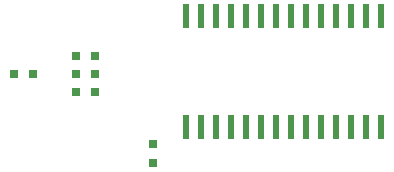
<source format=gbp>
G04 #@! TF.GenerationSoftware,KiCad,Pcbnew,(5.0.2)-1*
G04 #@! TF.CreationDate,2019-11-13T22:38:42+09:00*
G04 #@! TF.ProjectId,Grass,47726173-732e-46b6-9963-61645f706362,rev?*
G04 #@! TF.SameCoordinates,Original*
G04 #@! TF.FileFunction,Paste,Bot*
G04 #@! TF.FilePolarity,Positive*
%FSLAX46Y46*%
G04 Gerber Fmt 4.6, Leading zero omitted, Abs format (unit mm)*
G04 Created by KiCad (PCBNEW (5.0.2)-1) date 2019/11/13 22:38:42*
%MOMM*%
%LPD*%
G01*
G04 APERTURE LIST*
%ADD10R,0.800000X0.800000*%
%ADD11R,0.600000X2.000000*%
G04 APERTURE END LIST*
D10*
G04 #@! TO.C,C1*
X119000000Y-149050000D03*
X119000000Y-147450000D03*
G04 #@! TD*
G04 #@! TO.C,R1*
X114050000Y-143000000D03*
X112450000Y-143000000D03*
G04 #@! TD*
G04 #@! TO.C,R2*
X112450000Y-141500000D03*
X114050000Y-141500000D03*
G04 #@! TD*
G04 #@! TO.C,R3*
X114050000Y-140000000D03*
X112450000Y-140000000D03*
G04 #@! TD*
D11*
G04 #@! TO.C,U1*
X121745000Y-136550000D03*
X123015000Y-136550000D03*
X124285000Y-136550000D03*
X125555000Y-136550000D03*
X126825000Y-136550000D03*
X128095000Y-136550000D03*
X129365000Y-136550000D03*
X130635000Y-136550000D03*
X131905000Y-136550000D03*
X133175000Y-136550000D03*
X134445000Y-136550000D03*
X135715000Y-136550000D03*
X136985000Y-136550000D03*
X138255000Y-136550000D03*
X138255000Y-145950000D03*
X136985000Y-145950000D03*
X135715000Y-145950000D03*
X134445000Y-145950000D03*
X133175000Y-145950000D03*
X131905000Y-145950000D03*
X130635000Y-145950000D03*
X129365000Y-145950000D03*
X128095000Y-145950000D03*
X126825000Y-145950000D03*
X125555000Y-145950000D03*
X124285000Y-145950000D03*
X123015000Y-145950000D03*
X121745000Y-145950000D03*
G04 #@! TD*
D10*
G04 #@! TO.C,D12*
X108800000Y-141500000D03*
X107200000Y-141500000D03*
G04 #@! TD*
M02*

</source>
